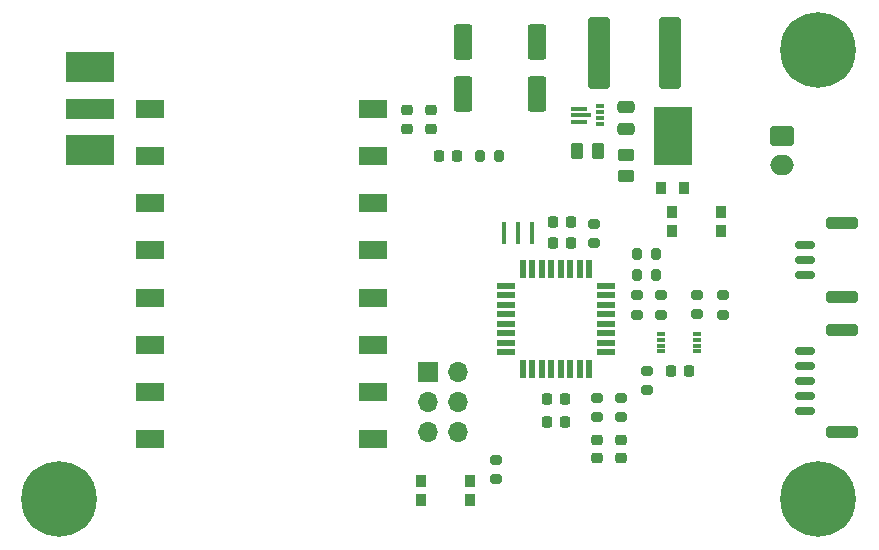
<source format=gts>
G04 #@! TF.GenerationSoftware,KiCad,Pcbnew,(6.0.5-0)*
G04 #@! TF.CreationDate,2023-06-15T15:10:14-04:00*
G04 #@! TF.ProjectId,stratoconnect,73747261-746f-4636-9f6e-6e6563742e6b,rev?*
G04 #@! TF.SameCoordinates,Original*
G04 #@! TF.FileFunction,Soldermask,Top*
G04 #@! TF.FilePolarity,Negative*
%FSLAX46Y46*%
G04 Gerber Fmt 4.6, Leading zero omitted, Abs format (unit mm)*
G04 Created by KiCad (PCBNEW (6.0.5-0)) date 2023-06-15 15:10:14*
%MOMM*%
%LPD*%
G01*
G04 APERTURE LIST*
G04 Aperture macros list*
%AMRoundRect*
0 Rectangle with rounded corners*
0 $1 Rounding radius*
0 $2 $3 $4 $5 $6 $7 $8 $9 X,Y pos of 4 corners*
0 Add a 4 corners polygon primitive as box body*
4,1,4,$2,$3,$4,$5,$6,$7,$8,$9,$2,$3,0*
0 Add four circle primitives for the rounded corners*
1,1,$1+$1,$2,$3*
1,1,$1+$1,$4,$5*
1,1,$1+$1,$6,$7*
1,1,$1+$1,$8,$9*
0 Add four rect primitives between the rounded corners*
20,1,$1+$1,$2,$3,$4,$5,0*
20,1,$1+$1,$4,$5,$6,$7,0*
20,1,$1+$1,$6,$7,$8,$9,0*
20,1,$1+$1,$8,$9,$2,$3,0*%
G04 Aperture macros list end*
%ADD10R,0.900000X1.000000*%
%ADD11RoundRect,0.200000X-0.275000X0.200000X-0.275000X-0.200000X0.275000X-0.200000X0.275000X0.200000X0*%
%ADD12RoundRect,0.150000X0.700000X-0.150000X0.700000X0.150000X-0.700000X0.150000X-0.700000X-0.150000X0*%
%ADD13RoundRect,0.250000X1.100000X-0.250000X1.100000X0.250000X-1.100000X0.250000X-1.100000X-0.250000X0*%
%ADD14RoundRect,0.250000X0.550000X-1.250000X0.550000X1.250000X-0.550000X1.250000X-0.550000X-1.250000X0*%
%ADD15RoundRect,0.200000X-0.200000X-0.275000X0.200000X-0.275000X0.200000X0.275000X-0.200000X0.275000X0*%
%ADD16RoundRect,0.250000X-0.475000X0.250000X-0.475000X-0.250000X0.475000X-0.250000X0.475000X0.250000X0*%
%ADD17RoundRect,0.200000X0.200000X0.275000X-0.200000X0.275000X-0.200000X-0.275000X0.200000X-0.275000X0*%
%ADD18RoundRect,0.225000X-0.225000X-0.250000X0.225000X-0.250000X0.225000X0.250000X-0.225000X0.250000X0*%
%ADD19R,0.400000X1.900000*%
%ADD20RoundRect,0.225000X0.225000X0.250000X-0.225000X0.250000X-0.225000X-0.250000X0.225000X-0.250000X0*%
%ADD21C,0.800000*%
%ADD22C,6.400000*%
%ADD23RoundRect,0.250000X-0.750000X0.600000X-0.750000X-0.600000X0.750000X-0.600000X0.750000X0.600000X0*%
%ADD24O,2.000000X1.700000*%
%ADD25R,4.190000X1.780000*%
%ADD26R,4.190000X2.665000*%
%ADD27R,1.700000X1.700000*%
%ADD28O,1.700000X1.700000*%
%ADD29R,2.400000X1.500000*%
%ADD30R,1.400000X0.450000*%
%ADD31R,1.700000X0.300000*%
%ADD32R,0.650000X0.350000*%
%ADD33RoundRect,0.250000X-0.262500X-0.450000X0.262500X-0.450000X0.262500X0.450000X-0.262500X0.450000X0*%
%ADD34R,0.800000X0.300000*%
%ADD35R,0.550000X1.600000*%
%ADD36R,1.600000X0.550000*%
%ADD37RoundRect,0.225000X-0.250000X0.225000X-0.250000X-0.225000X0.250000X-0.225000X0.250000X0.225000X0*%
%ADD38RoundRect,0.218750X0.256250X-0.218750X0.256250X0.218750X-0.256250X0.218750X-0.256250X-0.218750X0*%
%ADD39RoundRect,0.351852X0.598148X2.698148X-0.598148X2.698148X-0.598148X-2.698148X0.598148X-2.698148X0*%
%ADD40RoundRect,0.218750X-0.218750X-0.256250X0.218750X-0.256250X0.218750X0.256250X-0.218750X0.256250X0*%
%ADD41R,3.200000X4.900000*%
%ADD42R,0.950000X1.000000*%
%ADD43RoundRect,0.200000X0.275000X-0.200000X0.275000X0.200000X-0.275000X0.200000X-0.275000X-0.200000X0*%
%ADD44RoundRect,0.250000X-0.450000X0.262500X-0.450000X-0.262500X0.450000X-0.262500X0.450000X0.262500X0*%
G04 APERTURE END LIST*
D10*
X174800000Y-89300000D03*
X170700000Y-89300000D03*
X174800000Y-87700000D03*
X170700000Y-87700000D03*
D11*
X185350000Y-65925000D03*
X185350000Y-67575000D03*
D12*
X203150000Y-81750000D03*
X203150000Y-80500000D03*
X203150000Y-79250000D03*
X203150000Y-78000000D03*
X203150000Y-76750000D03*
D13*
X206350000Y-74900000D03*
X206350000Y-83600000D03*
D14*
X174250000Y-54950000D03*
X174250000Y-50550000D03*
D15*
X188925000Y-70250000D03*
X190575000Y-70250000D03*
D16*
X188000000Y-56050000D03*
X188000000Y-57950000D03*
D17*
X177293750Y-60200000D03*
X175643750Y-60200000D03*
D18*
X181325000Y-80750000D03*
X182875000Y-80750000D03*
D11*
X194000000Y-71950000D03*
X194000000Y-73600000D03*
D19*
X177700000Y-66750000D03*
X178900000Y-66750000D03*
X180100000Y-66750000D03*
D10*
X196050000Y-64950000D03*
X191950000Y-64950000D03*
X196050000Y-66550000D03*
X191950000Y-66550000D03*
D20*
X183375000Y-67550000D03*
X181825000Y-67550000D03*
D21*
X138302944Y-90947056D03*
X141697056Y-90947056D03*
X142400000Y-89250000D03*
X137600000Y-89250000D03*
X140000000Y-91650000D03*
X141697056Y-87552944D03*
X140000000Y-86850000D03*
X138302944Y-87552944D03*
D22*
X140000000Y-89250000D03*
D23*
X201217500Y-58500000D03*
D24*
X201217500Y-61000000D03*
D11*
X185600000Y-80691250D03*
X185600000Y-82341250D03*
D14*
X180500000Y-54950000D03*
X180500000Y-50550000D03*
D25*
X142672500Y-56190000D03*
D26*
X142672500Y-59682500D03*
X142672500Y-52697500D03*
D27*
X171225000Y-78475000D03*
D28*
X173765000Y-78475000D03*
X171225000Y-81015000D03*
X173765000Y-81015000D03*
X171225000Y-83555000D03*
X173765000Y-83555000D03*
D29*
X147760000Y-56190000D03*
X147760000Y-60190000D03*
X147760000Y-64190000D03*
X147760000Y-68190000D03*
X147760000Y-72190000D03*
X147760000Y-76190000D03*
X147760000Y-80190000D03*
X147760000Y-84190000D03*
X166610000Y-84190000D03*
X166610000Y-80190000D03*
X166610000Y-76190000D03*
X166610000Y-72190000D03*
X166610000Y-68190000D03*
X166610000Y-64190000D03*
X166610000Y-60190000D03*
X166610000Y-56190000D03*
D30*
X184075000Y-57300000D03*
D31*
X184225000Y-56750000D03*
D30*
X184075000Y-56200000D03*
D32*
X185800000Y-56000000D03*
X185800000Y-56500000D03*
X185800000Y-57000000D03*
X185800000Y-57500000D03*
D33*
X183837500Y-59750000D03*
X185662500Y-59750000D03*
D18*
X181325000Y-82750000D03*
X182875000Y-82750000D03*
D11*
X188950002Y-71975000D03*
X188950002Y-73625000D03*
D34*
X194050000Y-76750000D03*
X194050000Y-76250000D03*
X194050000Y-75750000D03*
X194050000Y-75250000D03*
X190950000Y-75250000D03*
X190950000Y-75750000D03*
X190950000Y-76250000D03*
X190950000Y-76750000D03*
D35*
X184900000Y-69750000D03*
X184100000Y-69750000D03*
X183300000Y-69750000D03*
X182500000Y-69750000D03*
X181700000Y-69750000D03*
X180900000Y-69750000D03*
X180100000Y-69750000D03*
X179300000Y-69750000D03*
D36*
X177850000Y-71200000D03*
X177850000Y-72000000D03*
X177850000Y-72800000D03*
X177850000Y-73600000D03*
X177850000Y-74400000D03*
X177850000Y-75200000D03*
X177850000Y-76000000D03*
X177850000Y-76800000D03*
D35*
X179300000Y-78250000D03*
X180100000Y-78250000D03*
X180900000Y-78250000D03*
X181700000Y-78250000D03*
X182500000Y-78250000D03*
X183300000Y-78250000D03*
X184100000Y-78250000D03*
X184900000Y-78250000D03*
D36*
X186350000Y-76800000D03*
X186350000Y-76000000D03*
X186350000Y-75200000D03*
X186350000Y-74400000D03*
X186350000Y-73600000D03*
X186350000Y-72800000D03*
X186350000Y-72000000D03*
X186350000Y-71200000D03*
D37*
X171500000Y-56325000D03*
X171500000Y-57875000D03*
D12*
X203150000Y-70250000D03*
X203150000Y-69000000D03*
X203150000Y-67750000D03*
D13*
X206350000Y-72100000D03*
X206350000Y-65900000D03*
D38*
X187600000Y-85803750D03*
X187600000Y-84228750D03*
D39*
X191750000Y-51500000D03*
X185750000Y-51500000D03*
D11*
X187600000Y-80691250D03*
X187600000Y-82341250D03*
X190950002Y-71975000D03*
X190950002Y-73625000D03*
D21*
X204250000Y-86850000D03*
X205947056Y-90947056D03*
D22*
X204250000Y-89250000D03*
D21*
X201850000Y-89250000D03*
X204250000Y-91650000D03*
X205947056Y-87552944D03*
X202552944Y-87552944D03*
X202552944Y-90947056D03*
X206650000Y-89250000D03*
D40*
X172181250Y-60200000D03*
X173756250Y-60200000D03*
D41*
X192000000Y-58550000D03*
D42*
X192970000Y-62900000D03*
X191030000Y-62900000D03*
D37*
X169500000Y-56325000D03*
X169500000Y-57875000D03*
D43*
X189800000Y-80025000D03*
X189800000Y-78375000D03*
D20*
X183375000Y-65750000D03*
X181825000Y-65750000D03*
D38*
X185600000Y-85803750D03*
X185600000Y-84228750D03*
D15*
X188925000Y-68500000D03*
X190575000Y-68500000D03*
D44*
X188000000Y-60087500D03*
X188000000Y-61912500D03*
D21*
X205947056Y-52947056D03*
X205947056Y-49552944D03*
X204250000Y-48850000D03*
X202552944Y-52947056D03*
X206650000Y-51250000D03*
X201850000Y-51250000D03*
X202552944Y-49552944D03*
X204250000Y-53650000D03*
D22*
X204250000Y-51250000D03*
D11*
X196250000Y-71975000D03*
X196250000Y-73625000D03*
X177000000Y-85925000D03*
X177000000Y-87575000D03*
D18*
X191825000Y-78400000D03*
X193375000Y-78400000D03*
M02*

</source>
